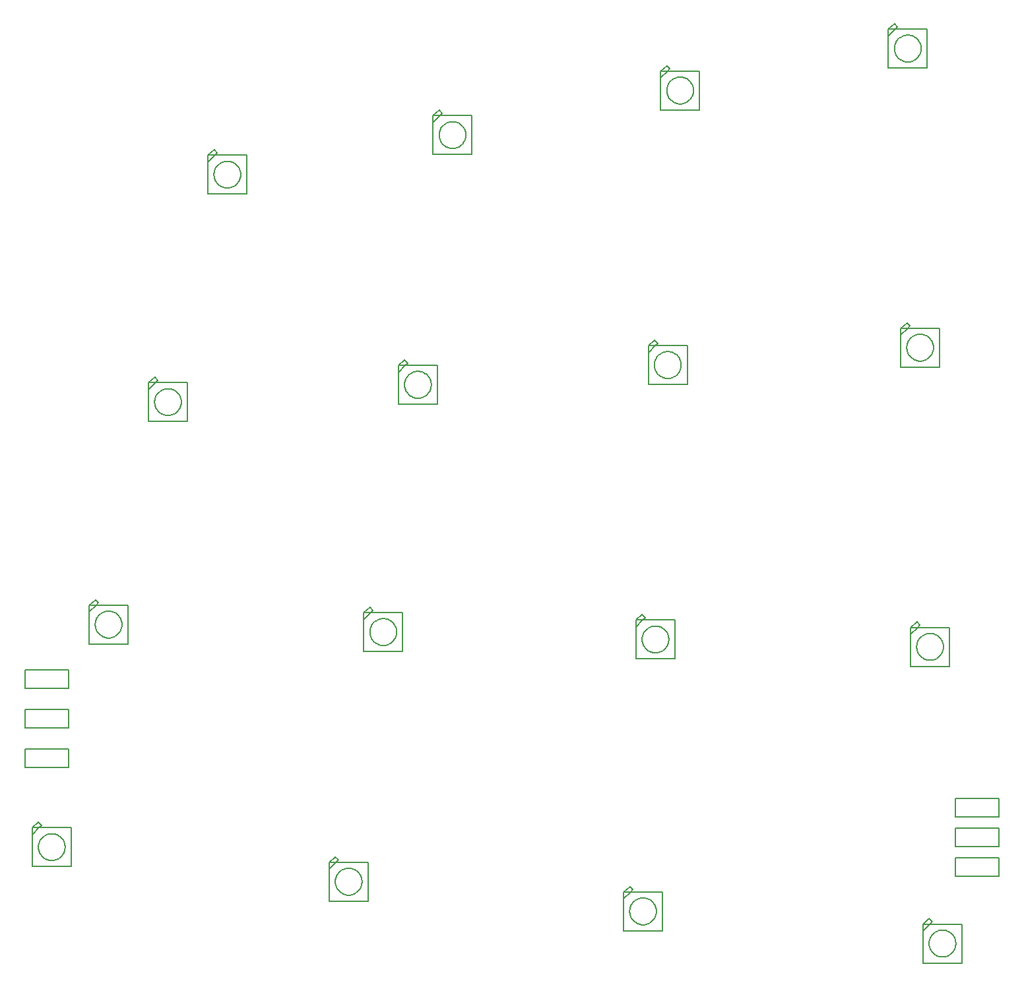
<source format=gto>
G75*
G70*
%OFA0B0*%
%FSLAX24Y24*%
%IPPOS*%
%LPD*%
%AMOC8*
5,1,8,0,0,1.08239X$1,22.5*
%
%ADD10C,0.0050*%
%ADD11C,0.0060*%
D10*
X007416Y011666D02*
X007416Y013280D01*
X007770Y013634D01*
X007888Y013752D01*
X007731Y013910D01*
X007416Y013634D01*
X007770Y013634D01*
X009384Y013634D01*
X009384Y011666D01*
X007416Y011666D01*
X007723Y012650D02*
X007725Y012702D01*
X007731Y012753D01*
X007741Y012804D01*
X007755Y012854D01*
X007772Y012903D01*
X007793Y012950D01*
X007818Y012996D01*
X007846Y013039D01*
X007878Y013081D01*
X007912Y013119D01*
X007950Y013155D01*
X007990Y013188D01*
X008032Y013218D01*
X008077Y013245D01*
X008123Y013268D01*
X008171Y013287D01*
X008221Y013303D01*
X008271Y013315D01*
X008322Y013323D01*
X008374Y013327D01*
X008426Y013327D01*
X008478Y013323D01*
X008529Y013315D01*
X008579Y013303D01*
X008629Y013287D01*
X008677Y013268D01*
X008723Y013245D01*
X008768Y013218D01*
X008810Y013188D01*
X008850Y013155D01*
X008888Y013119D01*
X008922Y013081D01*
X008954Y013039D01*
X008982Y012996D01*
X009007Y012950D01*
X009028Y012903D01*
X009045Y012854D01*
X009059Y012804D01*
X009069Y012753D01*
X009075Y012702D01*
X009077Y012650D01*
X009075Y012598D01*
X009069Y012547D01*
X009059Y012496D01*
X009045Y012446D01*
X009028Y012397D01*
X009007Y012350D01*
X008982Y012304D01*
X008954Y012261D01*
X008922Y012219D01*
X008888Y012181D01*
X008850Y012145D01*
X008810Y012112D01*
X008768Y012082D01*
X008723Y012055D01*
X008677Y012032D01*
X008629Y012013D01*
X008579Y011997D01*
X008529Y011985D01*
X008478Y011977D01*
X008426Y011973D01*
X008374Y011973D01*
X008322Y011977D01*
X008271Y011985D01*
X008221Y011997D01*
X008171Y012013D01*
X008123Y012032D01*
X008077Y012055D01*
X008032Y012082D01*
X007990Y012112D01*
X007950Y012145D01*
X007912Y012181D01*
X007878Y012219D01*
X007846Y012261D01*
X007818Y012304D01*
X007793Y012350D01*
X007772Y012397D01*
X007755Y012446D01*
X007741Y012496D01*
X007731Y012547D01*
X007725Y012598D01*
X007723Y012650D01*
X007416Y013280D02*
X007416Y013634D01*
X010291Y022916D02*
X010291Y024530D01*
X010645Y024884D01*
X010763Y025002D01*
X010606Y025160D01*
X010291Y024884D01*
X010645Y024884D01*
X012259Y024884D01*
X012259Y022916D01*
X010291Y022916D01*
X010598Y023900D02*
X010600Y023952D01*
X010606Y024003D01*
X010616Y024054D01*
X010630Y024104D01*
X010647Y024153D01*
X010668Y024200D01*
X010693Y024246D01*
X010721Y024289D01*
X010753Y024331D01*
X010787Y024369D01*
X010825Y024405D01*
X010865Y024438D01*
X010907Y024468D01*
X010952Y024495D01*
X010998Y024518D01*
X011046Y024537D01*
X011096Y024553D01*
X011146Y024565D01*
X011197Y024573D01*
X011249Y024577D01*
X011301Y024577D01*
X011353Y024573D01*
X011404Y024565D01*
X011454Y024553D01*
X011504Y024537D01*
X011552Y024518D01*
X011598Y024495D01*
X011643Y024468D01*
X011685Y024438D01*
X011725Y024405D01*
X011763Y024369D01*
X011797Y024331D01*
X011829Y024289D01*
X011857Y024246D01*
X011882Y024200D01*
X011903Y024153D01*
X011920Y024104D01*
X011934Y024054D01*
X011944Y024003D01*
X011950Y023952D01*
X011952Y023900D01*
X011950Y023848D01*
X011944Y023797D01*
X011934Y023746D01*
X011920Y023696D01*
X011903Y023647D01*
X011882Y023600D01*
X011857Y023554D01*
X011829Y023511D01*
X011797Y023469D01*
X011763Y023431D01*
X011725Y023395D01*
X011685Y023362D01*
X011643Y023332D01*
X011598Y023305D01*
X011552Y023282D01*
X011504Y023263D01*
X011454Y023247D01*
X011404Y023235D01*
X011353Y023227D01*
X011301Y023223D01*
X011249Y023223D01*
X011197Y023227D01*
X011146Y023235D01*
X011096Y023247D01*
X011046Y023263D01*
X010998Y023282D01*
X010952Y023305D01*
X010907Y023332D01*
X010865Y023362D01*
X010825Y023395D01*
X010787Y023431D01*
X010753Y023469D01*
X010721Y023511D01*
X010693Y023554D01*
X010668Y023600D01*
X010647Y023647D01*
X010630Y023696D01*
X010616Y023746D01*
X010606Y023797D01*
X010600Y023848D01*
X010598Y023900D01*
X010291Y024530D02*
X010291Y024884D01*
X013291Y034166D02*
X013291Y035780D01*
X013645Y036134D01*
X013763Y036252D01*
X013606Y036410D01*
X013291Y036134D01*
X013645Y036134D01*
X015259Y036134D01*
X015259Y034166D01*
X013291Y034166D01*
X013598Y035150D02*
X013600Y035202D01*
X013606Y035253D01*
X013616Y035304D01*
X013630Y035354D01*
X013647Y035403D01*
X013668Y035450D01*
X013693Y035496D01*
X013721Y035539D01*
X013753Y035581D01*
X013787Y035619D01*
X013825Y035655D01*
X013865Y035688D01*
X013907Y035718D01*
X013952Y035745D01*
X013998Y035768D01*
X014046Y035787D01*
X014096Y035803D01*
X014146Y035815D01*
X014197Y035823D01*
X014249Y035827D01*
X014301Y035827D01*
X014353Y035823D01*
X014404Y035815D01*
X014454Y035803D01*
X014504Y035787D01*
X014552Y035768D01*
X014598Y035745D01*
X014643Y035718D01*
X014685Y035688D01*
X014725Y035655D01*
X014763Y035619D01*
X014797Y035581D01*
X014829Y035539D01*
X014857Y035496D01*
X014882Y035450D01*
X014903Y035403D01*
X014920Y035354D01*
X014934Y035304D01*
X014944Y035253D01*
X014950Y035202D01*
X014952Y035150D01*
X014950Y035098D01*
X014944Y035047D01*
X014934Y034996D01*
X014920Y034946D01*
X014903Y034897D01*
X014882Y034850D01*
X014857Y034804D01*
X014829Y034761D01*
X014797Y034719D01*
X014763Y034681D01*
X014725Y034645D01*
X014685Y034612D01*
X014643Y034582D01*
X014598Y034555D01*
X014552Y034532D01*
X014504Y034513D01*
X014454Y034497D01*
X014404Y034485D01*
X014353Y034477D01*
X014301Y034473D01*
X014249Y034473D01*
X014197Y034477D01*
X014146Y034485D01*
X014096Y034497D01*
X014046Y034513D01*
X013998Y034532D01*
X013952Y034555D01*
X013907Y034582D01*
X013865Y034612D01*
X013825Y034645D01*
X013787Y034681D01*
X013753Y034719D01*
X013721Y034761D01*
X013693Y034804D01*
X013668Y034850D01*
X013647Y034897D01*
X013630Y034946D01*
X013616Y034996D01*
X013606Y035047D01*
X013600Y035098D01*
X013598Y035150D01*
X013291Y035780D02*
X013291Y036134D01*
X016291Y045666D02*
X016291Y047280D01*
X016645Y047634D01*
X016763Y047752D01*
X016606Y047910D01*
X016291Y047634D01*
X016645Y047634D01*
X018259Y047634D01*
X018259Y045666D01*
X016291Y045666D01*
X016598Y046650D02*
X016600Y046702D01*
X016606Y046753D01*
X016616Y046804D01*
X016630Y046854D01*
X016647Y046903D01*
X016668Y046950D01*
X016693Y046996D01*
X016721Y047039D01*
X016753Y047081D01*
X016787Y047119D01*
X016825Y047155D01*
X016865Y047188D01*
X016907Y047218D01*
X016952Y047245D01*
X016998Y047268D01*
X017046Y047287D01*
X017096Y047303D01*
X017146Y047315D01*
X017197Y047323D01*
X017249Y047327D01*
X017301Y047327D01*
X017353Y047323D01*
X017404Y047315D01*
X017454Y047303D01*
X017504Y047287D01*
X017552Y047268D01*
X017598Y047245D01*
X017643Y047218D01*
X017685Y047188D01*
X017725Y047155D01*
X017763Y047119D01*
X017797Y047081D01*
X017829Y047039D01*
X017857Y046996D01*
X017882Y046950D01*
X017903Y046903D01*
X017920Y046854D01*
X017934Y046804D01*
X017944Y046753D01*
X017950Y046702D01*
X017952Y046650D01*
X017950Y046598D01*
X017944Y046547D01*
X017934Y046496D01*
X017920Y046446D01*
X017903Y046397D01*
X017882Y046350D01*
X017857Y046304D01*
X017829Y046261D01*
X017797Y046219D01*
X017763Y046181D01*
X017725Y046145D01*
X017685Y046112D01*
X017643Y046082D01*
X017598Y046055D01*
X017552Y046032D01*
X017504Y046013D01*
X017454Y045997D01*
X017404Y045985D01*
X017353Y045977D01*
X017301Y045973D01*
X017249Y045973D01*
X017197Y045977D01*
X017146Y045985D01*
X017096Y045997D01*
X017046Y046013D01*
X016998Y046032D01*
X016952Y046055D01*
X016907Y046082D01*
X016865Y046112D01*
X016825Y046145D01*
X016787Y046181D01*
X016753Y046219D01*
X016721Y046261D01*
X016693Y046304D01*
X016668Y046350D01*
X016647Y046397D01*
X016630Y046446D01*
X016616Y046496D01*
X016606Y046547D01*
X016600Y046598D01*
X016598Y046650D01*
X016291Y047280D02*
X016291Y047634D01*
X025916Y037009D02*
X026231Y037285D01*
X026388Y037127D01*
X026270Y037009D01*
X025916Y036655D01*
X025916Y037009D01*
X026270Y037009D01*
X027884Y037009D01*
X027884Y035041D01*
X025916Y035041D01*
X025916Y036655D01*
X026223Y036025D02*
X026225Y036077D01*
X026231Y036128D01*
X026241Y036179D01*
X026255Y036229D01*
X026272Y036278D01*
X026293Y036325D01*
X026318Y036371D01*
X026346Y036414D01*
X026378Y036456D01*
X026412Y036494D01*
X026450Y036530D01*
X026490Y036563D01*
X026532Y036593D01*
X026577Y036620D01*
X026623Y036643D01*
X026671Y036662D01*
X026721Y036678D01*
X026771Y036690D01*
X026822Y036698D01*
X026874Y036702D01*
X026926Y036702D01*
X026978Y036698D01*
X027029Y036690D01*
X027079Y036678D01*
X027129Y036662D01*
X027177Y036643D01*
X027223Y036620D01*
X027268Y036593D01*
X027310Y036563D01*
X027350Y036530D01*
X027388Y036494D01*
X027422Y036456D01*
X027454Y036414D01*
X027482Y036371D01*
X027507Y036325D01*
X027528Y036278D01*
X027545Y036229D01*
X027559Y036179D01*
X027569Y036128D01*
X027575Y036077D01*
X027577Y036025D01*
X027575Y035973D01*
X027569Y035922D01*
X027559Y035871D01*
X027545Y035821D01*
X027528Y035772D01*
X027507Y035725D01*
X027482Y035679D01*
X027454Y035636D01*
X027422Y035594D01*
X027388Y035556D01*
X027350Y035520D01*
X027310Y035487D01*
X027268Y035457D01*
X027223Y035430D01*
X027177Y035407D01*
X027129Y035388D01*
X027079Y035372D01*
X027029Y035360D01*
X026978Y035352D01*
X026926Y035348D01*
X026874Y035348D01*
X026822Y035352D01*
X026771Y035360D01*
X026721Y035372D01*
X026671Y035388D01*
X026623Y035407D01*
X026577Y035430D01*
X026532Y035457D01*
X026490Y035487D01*
X026450Y035520D01*
X026412Y035556D01*
X026378Y035594D01*
X026346Y035636D01*
X026318Y035679D01*
X026293Y035725D01*
X026272Y035772D01*
X026255Y035821D01*
X026241Y035871D01*
X026231Y035922D01*
X026225Y035973D01*
X026223Y036025D01*
X024481Y024785D02*
X024166Y024509D01*
X024520Y024509D01*
X024638Y024627D01*
X024481Y024785D01*
X024520Y024509D02*
X024166Y024155D01*
X024166Y024509D01*
X024166Y024155D02*
X024166Y022541D01*
X026134Y022541D01*
X026134Y024509D01*
X024520Y024509D01*
X024473Y023525D02*
X024475Y023577D01*
X024481Y023628D01*
X024491Y023679D01*
X024505Y023729D01*
X024522Y023778D01*
X024543Y023825D01*
X024568Y023871D01*
X024596Y023914D01*
X024628Y023956D01*
X024662Y023994D01*
X024700Y024030D01*
X024740Y024063D01*
X024782Y024093D01*
X024827Y024120D01*
X024873Y024143D01*
X024921Y024162D01*
X024971Y024178D01*
X025021Y024190D01*
X025072Y024198D01*
X025124Y024202D01*
X025176Y024202D01*
X025228Y024198D01*
X025279Y024190D01*
X025329Y024178D01*
X025379Y024162D01*
X025427Y024143D01*
X025473Y024120D01*
X025518Y024093D01*
X025560Y024063D01*
X025600Y024030D01*
X025638Y023994D01*
X025672Y023956D01*
X025704Y023914D01*
X025732Y023871D01*
X025757Y023825D01*
X025778Y023778D01*
X025795Y023729D01*
X025809Y023679D01*
X025819Y023628D01*
X025825Y023577D01*
X025827Y023525D01*
X025825Y023473D01*
X025819Y023422D01*
X025809Y023371D01*
X025795Y023321D01*
X025778Y023272D01*
X025757Y023225D01*
X025732Y023179D01*
X025704Y023136D01*
X025672Y023094D01*
X025638Y023056D01*
X025600Y023020D01*
X025560Y022987D01*
X025518Y022957D01*
X025473Y022930D01*
X025427Y022907D01*
X025379Y022888D01*
X025329Y022872D01*
X025279Y022860D01*
X025228Y022852D01*
X025176Y022848D01*
X025124Y022848D01*
X025072Y022852D01*
X025021Y022860D01*
X024971Y022872D01*
X024921Y022888D01*
X024873Y022907D01*
X024827Y022930D01*
X024782Y022957D01*
X024740Y022987D01*
X024700Y023020D01*
X024662Y023056D01*
X024628Y023094D01*
X024596Y023136D01*
X024568Y023179D01*
X024543Y023225D01*
X024522Y023272D01*
X024505Y023321D01*
X024491Y023371D01*
X024481Y023422D01*
X024475Y023473D01*
X024473Y023525D01*
X022731Y012160D02*
X022416Y011884D01*
X022770Y011884D01*
X022888Y012002D01*
X022731Y012160D01*
X022770Y011884D02*
X022416Y011530D01*
X022416Y011884D01*
X022416Y011530D02*
X022416Y009916D01*
X024384Y009916D01*
X024384Y011884D01*
X022770Y011884D01*
X022723Y010900D02*
X022725Y010952D01*
X022731Y011003D01*
X022741Y011054D01*
X022755Y011104D01*
X022772Y011153D01*
X022793Y011200D01*
X022818Y011246D01*
X022846Y011289D01*
X022878Y011331D01*
X022912Y011369D01*
X022950Y011405D01*
X022990Y011438D01*
X023032Y011468D01*
X023077Y011495D01*
X023123Y011518D01*
X023171Y011537D01*
X023221Y011553D01*
X023271Y011565D01*
X023322Y011573D01*
X023374Y011577D01*
X023426Y011577D01*
X023478Y011573D01*
X023529Y011565D01*
X023579Y011553D01*
X023629Y011537D01*
X023677Y011518D01*
X023723Y011495D01*
X023768Y011468D01*
X023810Y011438D01*
X023850Y011405D01*
X023888Y011369D01*
X023922Y011331D01*
X023954Y011289D01*
X023982Y011246D01*
X024007Y011200D01*
X024028Y011153D01*
X024045Y011104D01*
X024059Y011054D01*
X024069Y011003D01*
X024075Y010952D01*
X024077Y010900D01*
X024075Y010848D01*
X024069Y010797D01*
X024059Y010746D01*
X024045Y010696D01*
X024028Y010647D01*
X024007Y010600D01*
X023982Y010554D01*
X023954Y010511D01*
X023922Y010469D01*
X023888Y010431D01*
X023850Y010395D01*
X023810Y010362D01*
X023768Y010332D01*
X023723Y010305D01*
X023677Y010282D01*
X023629Y010263D01*
X023579Y010247D01*
X023529Y010235D01*
X023478Y010227D01*
X023426Y010223D01*
X023374Y010223D01*
X023322Y010227D01*
X023271Y010235D01*
X023221Y010247D01*
X023171Y010263D01*
X023123Y010282D01*
X023077Y010305D01*
X023032Y010332D01*
X022990Y010362D01*
X022950Y010395D01*
X022912Y010431D01*
X022878Y010469D01*
X022846Y010511D01*
X022818Y010554D01*
X022793Y010600D01*
X022772Y010647D01*
X022755Y010696D01*
X022741Y010746D01*
X022731Y010797D01*
X022725Y010848D01*
X022723Y010900D01*
X037291Y010384D02*
X037291Y010030D01*
X037645Y010384D01*
X037763Y010502D01*
X037606Y010660D01*
X037291Y010384D01*
X037645Y010384D01*
X039259Y010384D01*
X039259Y008416D01*
X037291Y008416D01*
X037291Y010030D01*
X037598Y009400D02*
X037600Y009452D01*
X037606Y009503D01*
X037616Y009554D01*
X037630Y009604D01*
X037647Y009653D01*
X037668Y009700D01*
X037693Y009746D01*
X037721Y009789D01*
X037753Y009831D01*
X037787Y009869D01*
X037825Y009905D01*
X037865Y009938D01*
X037907Y009968D01*
X037952Y009995D01*
X037998Y010018D01*
X038046Y010037D01*
X038096Y010053D01*
X038146Y010065D01*
X038197Y010073D01*
X038249Y010077D01*
X038301Y010077D01*
X038353Y010073D01*
X038404Y010065D01*
X038454Y010053D01*
X038504Y010037D01*
X038552Y010018D01*
X038598Y009995D01*
X038643Y009968D01*
X038685Y009938D01*
X038725Y009905D01*
X038763Y009869D01*
X038797Y009831D01*
X038829Y009789D01*
X038857Y009746D01*
X038882Y009700D01*
X038903Y009653D01*
X038920Y009604D01*
X038934Y009554D01*
X038944Y009503D01*
X038950Y009452D01*
X038952Y009400D01*
X038950Y009348D01*
X038944Y009297D01*
X038934Y009246D01*
X038920Y009196D01*
X038903Y009147D01*
X038882Y009100D01*
X038857Y009054D01*
X038829Y009011D01*
X038797Y008969D01*
X038763Y008931D01*
X038725Y008895D01*
X038685Y008862D01*
X038643Y008832D01*
X038598Y008805D01*
X038552Y008782D01*
X038504Y008763D01*
X038454Y008747D01*
X038404Y008735D01*
X038353Y008727D01*
X038301Y008723D01*
X038249Y008723D01*
X038197Y008727D01*
X038146Y008735D01*
X038096Y008747D01*
X038046Y008763D01*
X037998Y008782D01*
X037952Y008805D01*
X037907Y008832D01*
X037865Y008862D01*
X037825Y008895D01*
X037787Y008931D01*
X037753Y008969D01*
X037721Y009011D01*
X037693Y009054D01*
X037668Y009100D01*
X037647Y009147D01*
X037630Y009196D01*
X037616Y009246D01*
X037606Y009297D01*
X037600Y009348D01*
X037598Y009400D01*
X037916Y022166D02*
X037916Y023780D01*
X038270Y024134D01*
X038388Y024252D01*
X038231Y024410D01*
X037916Y024134D01*
X038270Y024134D01*
X039884Y024134D01*
X039884Y022166D01*
X037916Y022166D01*
X038223Y023150D02*
X038225Y023202D01*
X038231Y023253D01*
X038241Y023304D01*
X038255Y023354D01*
X038272Y023403D01*
X038293Y023450D01*
X038318Y023496D01*
X038346Y023539D01*
X038378Y023581D01*
X038412Y023619D01*
X038450Y023655D01*
X038490Y023688D01*
X038532Y023718D01*
X038577Y023745D01*
X038623Y023768D01*
X038671Y023787D01*
X038721Y023803D01*
X038771Y023815D01*
X038822Y023823D01*
X038874Y023827D01*
X038926Y023827D01*
X038978Y023823D01*
X039029Y023815D01*
X039079Y023803D01*
X039129Y023787D01*
X039177Y023768D01*
X039223Y023745D01*
X039268Y023718D01*
X039310Y023688D01*
X039350Y023655D01*
X039388Y023619D01*
X039422Y023581D01*
X039454Y023539D01*
X039482Y023496D01*
X039507Y023450D01*
X039528Y023403D01*
X039545Y023354D01*
X039559Y023304D01*
X039569Y023253D01*
X039575Y023202D01*
X039577Y023150D01*
X039575Y023098D01*
X039569Y023047D01*
X039559Y022996D01*
X039545Y022946D01*
X039528Y022897D01*
X039507Y022850D01*
X039482Y022804D01*
X039454Y022761D01*
X039422Y022719D01*
X039388Y022681D01*
X039350Y022645D01*
X039310Y022612D01*
X039268Y022582D01*
X039223Y022555D01*
X039177Y022532D01*
X039129Y022513D01*
X039079Y022497D01*
X039029Y022485D01*
X038978Y022477D01*
X038926Y022473D01*
X038874Y022473D01*
X038822Y022477D01*
X038771Y022485D01*
X038721Y022497D01*
X038671Y022513D01*
X038623Y022532D01*
X038577Y022555D01*
X038532Y022582D01*
X038490Y022612D01*
X038450Y022645D01*
X038412Y022681D01*
X038378Y022719D01*
X038346Y022761D01*
X038318Y022804D01*
X038293Y022850D01*
X038272Y022897D01*
X038255Y022946D01*
X038241Y022996D01*
X038231Y023047D01*
X038225Y023098D01*
X038223Y023150D01*
X037916Y023780D02*
X037916Y024134D01*
X038541Y036041D02*
X038541Y037655D01*
X038895Y038009D01*
X039013Y038127D01*
X038856Y038285D01*
X038541Y038009D01*
X038895Y038009D01*
X040509Y038009D01*
X040509Y036041D01*
X038541Y036041D01*
X038848Y037025D02*
X038850Y037077D01*
X038856Y037128D01*
X038866Y037179D01*
X038880Y037229D01*
X038897Y037278D01*
X038918Y037325D01*
X038943Y037371D01*
X038971Y037414D01*
X039003Y037456D01*
X039037Y037494D01*
X039075Y037530D01*
X039115Y037563D01*
X039157Y037593D01*
X039202Y037620D01*
X039248Y037643D01*
X039296Y037662D01*
X039346Y037678D01*
X039396Y037690D01*
X039447Y037698D01*
X039499Y037702D01*
X039551Y037702D01*
X039603Y037698D01*
X039654Y037690D01*
X039704Y037678D01*
X039754Y037662D01*
X039802Y037643D01*
X039848Y037620D01*
X039893Y037593D01*
X039935Y037563D01*
X039975Y037530D01*
X040013Y037494D01*
X040047Y037456D01*
X040079Y037414D01*
X040107Y037371D01*
X040132Y037325D01*
X040153Y037278D01*
X040170Y037229D01*
X040184Y037179D01*
X040194Y037128D01*
X040200Y037077D01*
X040202Y037025D01*
X040200Y036973D01*
X040194Y036922D01*
X040184Y036871D01*
X040170Y036821D01*
X040153Y036772D01*
X040132Y036725D01*
X040107Y036679D01*
X040079Y036636D01*
X040047Y036594D01*
X040013Y036556D01*
X039975Y036520D01*
X039935Y036487D01*
X039893Y036457D01*
X039848Y036430D01*
X039802Y036407D01*
X039754Y036388D01*
X039704Y036372D01*
X039654Y036360D01*
X039603Y036352D01*
X039551Y036348D01*
X039499Y036348D01*
X039447Y036352D01*
X039396Y036360D01*
X039346Y036372D01*
X039296Y036388D01*
X039248Y036407D01*
X039202Y036430D01*
X039157Y036457D01*
X039115Y036487D01*
X039075Y036520D01*
X039037Y036556D01*
X039003Y036594D01*
X038971Y036636D01*
X038943Y036679D01*
X038918Y036725D01*
X038897Y036772D01*
X038880Y036821D01*
X038866Y036871D01*
X038856Y036922D01*
X038850Y036973D01*
X038848Y037025D01*
X038541Y037655D02*
X038541Y038009D01*
X029634Y047666D02*
X029634Y049634D01*
X028020Y049634D01*
X028138Y049752D01*
X027981Y049910D01*
X027666Y049634D01*
X028020Y049634D01*
X027666Y049280D01*
X027666Y049634D01*
X027666Y049280D02*
X027666Y047666D01*
X029634Y047666D01*
X027973Y048650D02*
X027975Y048702D01*
X027981Y048753D01*
X027991Y048804D01*
X028005Y048854D01*
X028022Y048903D01*
X028043Y048950D01*
X028068Y048996D01*
X028096Y049039D01*
X028128Y049081D01*
X028162Y049119D01*
X028200Y049155D01*
X028240Y049188D01*
X028282Y049218D01*
X028327Y049245D01*
X028373Y049268D01*
X028421Y049287D01*
X028471Y049303D01*
X028521Y049315D01*
X028572Y049323D01*
X028624Y049327D01*
X028676Y049327D01*
X028728Y049323D01*
X028779Y049315D01*
X028829Y049303D01*
X028879Y049287D01*
X028927Y049268D01*
X028973Y049245D01*
X029018Y049218D01*
X029060Y049188D01*
X029100Y049155D01*
X029138Y049119D01*
X029172Y049081D01*
X029204Y049039D01*
X029232Y048996D01*
X029257Y048950D01*
X029278Y048903D01*
X029295Y048854D01*
X029309Y048804D01*
X029319Y048753D01*
X029325Y048702D01*
X029327Y048650D01*
X029325Y048598D01*
X029319Y048547D01*
X029309Y048496D01*
X029295Y048446D01*
X029278Y048397D01*
X029257Y048350D01*
X029232Y048304D01*
X029204Y048261D01*
X029172Y048219D01*
X029138Y048181D01*
X029100Y048145D01*
X029060Y048112D01*
X029018Y048082D01*
X028973Y048055D01*
X028927Y048032D01*
X028879Y048013D01*
X028829Y047997D01*
X028779Y047985D01*
X028728Y047977D01*
X028676Y047973D01*
X028624Y047973D01*
X028572Y047977D01*
X028521Y047985D01*
X028471Y047997D01*
X028421Y048013D01*
X028373Y048032D01*
X028327Y048055D01*
X028282Y048082D01*
X028240Y048112D01*
X028200Y048145D01*
X028162Y048181D01*
X028128Y048219D01*
X028096Y048261D01*
X028068Y048304D01*
X028043Y048350D01*
X028022Y048397D01*
X028005Y048446D01*
X027991Y048496D01*
X027981Y048547D01*
X027975Y048598D01*
X027973Y048650D01*
X039166Y049916D02*
X039166Y051530D01*
X039520Y051884D01*
X039638Y052002D01*
X039481Y052160D01*
X039166Y051884D01*
X039520Y051884D01*
X041134Y051884D01*
X041134Y049916D01*
X039166Y049916D01*
X039473Y050900D02*
X039475Y050952D01*
X039481Y051003D01*
X039491Y051054D01*
X039505Y051104D01*
X039522Y051153D01*
X039543Y051200D01*
X039568Y051246D01*
X039596Y051289D01*
X039628Y051331D01*
X039662Y051369D01*
X039700Y051405D01*
X039740Y051438D01*
X039782Y051468D01*
X039827Y051495D01*
X039873Y051518D01*
X039921Y051537D01*
X039971Y051553D01*
X040021Y051565D01*
X040072Y051573D01*
X040124Y051577D01*
X040176Y051577D01*
X040228Y051573D01*
X040279Y051565D01*
X040329Y051553D01*
X040379Y051537D01*
X040427Y051518D01*
X040473Y051495D01*
X040518Y051468D01*
X040560Y051438D01*
X040600Y051405D01*
X040638Y051369D01*
X040672Y051331D01*
X040704Y051289D01*
X040732Y051246D01*
X040757Y051200D01*
X040778Y051153D01*
X040795Y051104D01*
X040809Y051054D01*
X040819Y051003D01*
X040825Y050952D01*
X040827Y050900D01*
X040825Y050848D01*
X040819Y050797D01*
X040809Y050746D01*
X040795Y050696D01*
X040778Y050647D01*
X040757Y050600D01*
X040732Y050554D01*
X040704Y050511D01*
X040672Y050469D01*
X040638Y050431D01*
X040600Y050395D01*
X040560Y050362D01*
X040518Y050332D01*
X040473Y050305D01*
X040427Y050282D01*
X040379Y050263D01*
X040329Y050247D01*
X040279Y050235D01*
X040228Y050227D01*
X040176Y050223D01*
X040124Y050223D01*
X040072Y050227D01*
X040021Y050235D01*
X039971Y050247D01*
X039921Y050263D01*
X039873Y050282D01*
X039827Y050305D01*
X039782Y050332D01*
X039740Y050362D01*
X039700Y050395D01*
X039662Y050431D01*
X039628Y050469D01*
X039596Y050511D01*
X039568Y050554D01*
X039543Y050600D01*
X039522Y050647D01*
X039505Y050696D01*
X039491Y050746D01*
X039481Y050797D01*
X039475Y050848D01*
X039473Y050900D01*
X039166Y051530D02*
X039166Y051884D01*
X050666Y052041D02*
X050666Y053655D01*
X051020Y054009D01*
X051138Y054127D01*
X050981Y054285D01*
X050666Y054009D01*
X051020Y054009D01*
X052634Y054009D01*
X052634Y052041D01*
X050666Y052041D01*
X050973Y053025D02*
X050975Y053077D01*
X050981Y053128D01*
X050991Y053179D01*
X051005Y053229D01*
X051022Y053278D01*
X051043Y053325D01*
X051068Y053371D01*
X051096Y053414D01*
X051128Y053456D01*
X051162Y053494D01*
X051200Y053530D01*
X051240Y053563D01*
X051282Y053593D01*
X051327Y053620D01*
X051373Y053643D01*
X051421Y053662D01*
X051471Y053678D01*
X051521Y053690D01*
X051572Y053698D01*
X051624Y053702D01*
X051676Y053702D01*
X051728Y053698D01*
X051779Y053690D01*
X051829Y053678D01*
X051879Y053662D01*
X051927Y053643D01*
X051973Y053620D01*
X052018Y053593D01*
X052060Y053563D01*
X052100Y053530D01*
X052138Y053494D01*
X052172Y053456D01*
X052204Y053414D01*
X052232Y053371D01*
X052257Y053325D01*
X052278Y053278D01*
X052295Y053229D01*
X052309Y053179D01*
X052319Y053128D01*
X052325Y053077D01*
X052327Y053025D01*
X052325Y052973D01*
X052319Y052922D01*
X052309Y052871D01*
X052295Y052821D01*
X052278Y052772D01*
X052257Y052725D01*
X052232Y052679D01*
X052204Y052636D01*
X052172Y052594D01*
X052138Y052556D01*
X052100Y052520D01*
X052060Y052487D01*
X052018Y052457D01*
X051973Y052430D01*
X051927Y052407D01*
X051879Y052388D01*
X051829Y052372D01*
X051779Y052360D01*
X051728Y052352D01*
X051676Y052348D01*
X051624Y052348D01*
X051572Y052352D01*
X051521Y052360D01*
X051471Y052372D01*
X051421Y052388D01*
X051373Y052407D01*
X051327Y052430D01*
X051282Y052457D01*
X051240Y052487D01*
X051200Y052520D01*
X051162Y052556D01*
X051128Y052594D01*
X051096Y052636D01*
X051068Y052679D01*
X051043Y052725D01*
X051022Y052772D01*
X051005Y052821D01*
X050991Y052871D01*
X050981Y052922D01*
X050975Y052973D01*
X050973Y053025D01*
X050666Y053655D02*
X050666Y054009D01*
X051606Y039160D02*
X051291Y038884D01*
X051645Y038884D01*
X051763Y039002D01*
X051606Y039160D01*
X051645Y038884D02*
X051291Y038530D01*
X051291Y038884D01*
X051645Y038884D02*
X053259Y038884D01*
X053259Y036916D01*
X051291Y036916D01*
X051291Y038530D01*
X051598Y037900D02*
X051600Y037952D01*
X051606Y038003D01*
X051616Y038054D01*
X051630Y038104D01*
X051647Y038153D01*
X051668Y038200D01*
X051693Y038246D01*
X051721Y038289D01*
X051753Y038331D01*
X051787Y038369D01*
X051825Y038405D01*
X051865Y038438D01*
X051907Y038468D01*
X051952Y038495D01*
X051998Y038518D01*
X052046Y038537D01*
X052096Y038553D01*
X052146Y038565D01*
X052197Y038573D01*
X052249Y038577D01*
X052301Y038577D01*
X052353Y038573D01*
X052404Y038565D01*
X052454Y038553D01*
X052504Y038537D01*
X052552Y038518D01*
X052598Y038495D01*
X052643Y038468D01*
X052685Y038438D01*
X052725Y038405D01*
X052763Y038369D01*
X052797Y038331D01*
X052829Y038289D01*
X052857Y038246D01*
X052882Y038200D01*
X052903Y038153D01*
X052920Y038104D01*
X052934Y038054D01*
X052944Y038003D01*
X052950Y037952D01*
X052952Y037900D01*
X052950Y037848D01*
X052944Y037797D01*
X052934Y037746D01*
X052920Y037696D01*
X052903Y037647D01*
X052882Y037600D01*
X052857Y037554D01*
X052829Y037511D01*
X052797Y037469D01*
X052763Y037431D01*
X052725Y037395D01*
X052685Y037362D01*
X052643Y037332D01*
X052598Y037305D01*
X052552Y037282D01*
X052504Y037263D01*
X052454Y037247D01*
X052404Y037235D01*
X052353Y037227D01*
X052301Y037223D01*
X052249Y037223D01*
X052197Y037227D01*
X052146Y037235D01*
X052096Y037247D01*
X052046Y037263D01*
X051998Y037282D01*
X051952Y037305D01*
X051907Y037332D01*
X051865Y037362D01*
X051825Y037395D01*
X051787Y037431D01*
X051753Y037469D01*
X051721Y037511D01*
X051693Y037554D01*
X051668Y037600D01*
X051647Y037647D01*
X051630Y037696D01*
X051616Y037746D01*
X051606Y037797D01*
X051600Y037848D01*
X051598Y037900D01*
X052106Y024035D02*
X051791Y023759D01*
X052145Y023759D01*
X052263Y023877D01*
X052106Y024035D01*
X052145Y023759D02*
X051791Y023405D01*
X051791Y023759D01*
X052145Y023759D02*
X053759Y023759D01*
X053759Y021791D01*
X051791Y021791D01*
X051791Y023405D01*
X052098Y022775D02*
X052100Y022827D01*
X052106Y022878D01*
X052116Y022929D01*
X052130Y022979D01*
X052147Y023028D01*
X052168Y023075D01*
X052193Y023121D01*
X052221Y023164D01*
X052253Y023206D01*
X052287Y023244D01*
X052325Y023280D01*
X052365Y023313D01*
X052407Y023343D01*
X052452Y023370D01*
X052498Y023393D01*
X052546Y023412D01*
X052596Y023428D01*
X052646Y023440D01*
X052697Y023448D01*
X052749Y023452D01*
X052801Y023452D01*
X052853Y023448D01*
X052904Y023440D01*
X052954Y023428D01*
X053004Y023412D01*
X053052Y023393D01*
X053098Y023370D01*
X053143Y023343D01*
X053185Y023313D01*
X053225Y023280D01*
X053263Y023244D01*
X053297Y023206D01*
X053329Y023164D01*
X053357Y023121D01*
X053382Y023075D01*
X053403Y023028D01*
X053420Y022979D01*
X053434Y022929D01*
X053444Y022878D01*
X053450Y022827D01*
X053452Y022775D01*
X053450Y022723D01*
X053444Y022672D01*
X053434Y022621D01*
X053420Y022571D01*
X053403Y022522D01*
X053382Y022475D01*
X053357Y022429D01*
X053329Y022386D01*
X053297Y022344D01*
X053263Y022306D01*
X053225Y022270D01*
X053185Y022237D01*
X053143Y022207D01*
X053098Y022180D01*
X053052Y022157D01*
X053004Y022138D01*
X052954Y022122D01*
X052904Y022110D01*
X052853Y022102D01*
X052801Y022098D01*
X052749Y022098D01*
X052697Y022102D01*
X052646Y022110D01*
X052596Y022122D01*
X052546Y022138D01*
X052498Y022157D01*
X052452Y022180D01*
X052407Y022207D01*
X052365Y022237D01*
X052325Y022270D01*
X052287Y022306D01*
X052253Y022344D01*
X052221Y022386D01*
X052193Y022429D01*
X052168Y022475D01*
X052147Y022522D01*
X052130Y022571D01*
X052116Y022621D01*
X052106Y022672D01*
X052100Y022723D01*
X052098Y022775D01*
X052731Y009035D02*
X052416Y008759D01*
X052770Y008759D01*
X052888Y008877D01*
X052731Y009035D01*
X052770Y008759D02*
X052416Y008405D01*
X052416Y008759D01*
X052770Y008759D02*
X054384Y008759D01*
X054384Y006791D01*
X052416Y006791D01*
X052416Y008405D01*
X052723Y007775D02*
X052725Y007827D01*
X052731Y007878D01*
X052741Y007929D01*
X052755Y007979D01*
X052772Y008028D01*
X052793Y008075D01*
X052818Y008121D01*
X052846Y008164D01*
X052878Y008206D01*
X052912Y008244D01*
X052950Y008280D01*
X052990Y008313D01*
X053032Y008343D01*
X053077Y008370D01*
X053123Y008393D01*
X053171Y008412D01*
X053221Y008428D01*
X053271Y008440D01*
X053322Y008448D01*
X053374Y008452D01*
X053426Y008452D01*
X053478Y008448D01*
X053529Y008440D01*
X053579Y008428D01*
X053629Y008412D01*
X053677Y008393D01*
X053723Y008370D01*
X053768Y008343D01*
X053810Y008313D01*
X053850Y008280D01*
X053888Y008244D01*
X053922Y008206D01*
X053954Y008164D01*
X053982Y008121D01*
X054007Y008075D01*
X054028Y008028D01*
X054045Y007979D01*
X054059Y007929D01*
X054069Y007878D01*
X054075Y007827D01*
X054077Y007775D01*
X054075Y007723D01*
X054069Y007672D01*
X054059Y007621D01*
X054045Y007571D01*
X054028Y007522D01*
X054007Y007475D01*
X053982Y007429D01*
X053954Y007386D01*
X053922Y007344D01*
X053888Y007306D01*
X053850Y007270D01*
X053810Y007237D01*
X053768Y007207D01*
X053723Y007180D01*
X053677Y007157D01*
X053629Y007138D01*
X053579Y007122D01*
X053529Y007110D01*
X053478Y007102D01*
X053426Y007098D01*
X053374Y007098D01*
X053322Y007102D01*
X053271Y007110D01*
X053221Y007122D01*
X053171Y007138D01*
X053123Y007157D01*
X053077Y007180D01*
X053032Y007207D01*
X052990Y007237D01*
X052950Y007270D01*
X052912Y007306D01*
X052878Y007344D01*
X052846Y007386D01*
X052818Y007429D01*
X052793Y007475D01*
X052772Y007522D01*
X052755Y007571D01*
X052741Y007621D01*
X052731Y007672D01*
X052725Y007723D01*
X052723Y007775D01*
D11*
X054050Y011190D02*
X056250Y011190D01*
X056250Y012110D01*
X054050Y012110D01*
X054050Y011190D01*
X054050Y012690D02*
X056250Y012690D01*
X056250Y013610D01*
X054050Y013610D01*
X054050Y012690D01*
X054050Y014190D02*
X056250Y014190D01*
X056250Y015110D01*
X054050Y015110D01*
X054050Y014190D01*
X009250Y016690D02*
X009250Y017610D01*
X007050Y017610D01*
X007050Y016690D01*
X009250Y016690D01*
X009250Y018690D02*
X007050Y018690D01*
X007050Y019610D01*
X009250Y019610D01*
X009250Y018690D01*
X009250Y020690D02*
X007050Y020690D01*
X007050Y021610D01*
X009250Y021610D01*
X009250Y020690D01*
M02*

</source>
